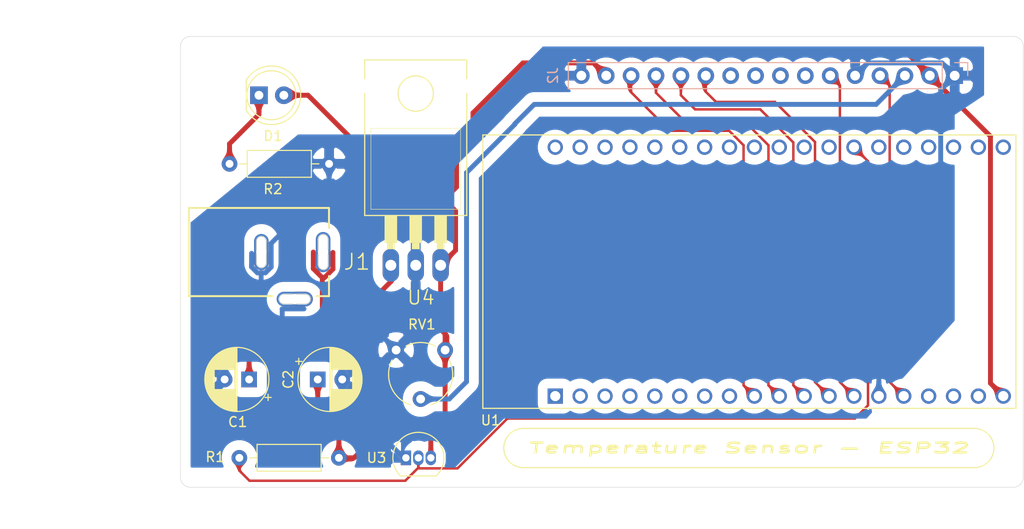
<source format=kicad_pcb>
(kicad_pcb (version 20211014) (generator pcbnew)
  (layers (0 "F.Cu" signal) (31 "B.Cu" signal) (34 "B.Paste" user) (35 "F.Paste" user) (36 "B.SilkS" user "B.Silkscreen") (37 "F.SilkS" user "F.Silkscreen") (38 "B.Mask" user) (39 "F.Mask" user) (44 "Edge.Cuts" user))
  (net 0 "")
  (net 1 "GND")
  (net 2 "Net-(C1-Pad1)")
  (net 3 "VIN")
  (net 4 "Net-(D1-Pad1)")
  (net 5 "DQ")
  (net 6 "VO")
  (net 7 "Net-(U1-Pad1)")
  (net 8 "Net-(U1-Pad2)")
  (net 9 "Net-(U1-Pad3)")
  (net 10 "Net-(U1-Pad4)")
  (net 11 "Net-(U1-Pad5)")
  (net 12 "Net-(U1-Pad6)")
  (net 13 "Net-(U1-Pad7)")
  (net 14 "Net-(U1-Pad8)")
  (net 15 "D7")
  (net 16 "D6")
  (net 17 "D5")
  (net 18 "D4")
  (net 19 "EN")
  (net 20 "RS")
  (net 21 "Net-(U1-Pad16)")
  (net 22 "Net-(U1-Pad17)")
  (net 23 "Net-(U1-Pad18)")
  (net 24 "Net-(U1-Pad20)")
  (net 25 "Net-(U1-Pad21)")
  (net 26 "Net-(U1-Pad22)")
  (net 27 "Net-(U1-Pad23)")
  (net 28 "Net-(U1-Pad24)")
  (net 29 "Net-(U1-Pad25)")
  (net 30 "Net-(U1-Pad26)")
  (net 31 "Net-(U1-Pad27)")
  (net 32 "Net-(U1-Pad28)")
  (net 33 "Net-(U1-Pad29)")
  (net 34 "Net-(U1-Pad30)")
  (net 35 "Net-(U1-Pad31)")
  (net 36 "Net-(U1-Pad33)")
  (net 37 "Net-(U1-Pad34)")
  (net 38 "Net-(U1-Pad35)")
  (net 39 "Net-(U1-Pad36)")
  (net 40 "Net-(U1-Pad37)")
  (net 41 "Net-(U1-Pad38)")
  (net 42 "Net-(J2-Pad10)")
  (net 43 "Net-(J2-Pad9)")
  (net 44 "Net-(J2-Pad8)")
  (net 45 "Net-(J2-Pad7)")
  (footprint "Capacitor_THT:CP_Radial_D6.3mm_P2.50mm" (layer "F.Cu") (at 132.12702 105.61046 180)
    (fp_text reference "C1")
    (fp_text value "470uF")
  )
  (footprint "LED_THT:LED_D5.0mm" (layer "F.Cu") (at 133.12702 76.61046)
    (fp_text reference "D1")
    (fp_text value "LED")
  )
  (footprint "test01:GCT_DCJ200-10-A-XX-X_REVA" (layer "F.Cu") (at 133.12702 92.61046 -90)
    (fp_text reference "J1")
    (fp_text value "DCJ200-10-A-XX-X_REVA")
    (fp_line (start 4.3 -4.75) (end 4.3 -2.55) (layer "Edge.Cuts") (width 0.1))
    (fp_line (start 1.1 -0.75) (end -1.1 -0.75) (layer "Edge.Cuts") (width 0.1))
    (fp_line (start -1.3 -6.05) (end 1.25 -6.05) (layer "Edge.Cuts") (width 0.1))
    (fp_line (start -1.1 0.25) (end 1.1 0.25) (layer "Edge.Cuts") (width 0.1))
    (fp_line (start 5.3 -2.55) (end 5.3 -4.75) (layer "Edge.Cuts") (width 0.1))
    (fp_line (start 1.35 -7.05) (end -1.3 -7.05) (layer "Edge.Cuts") (width 0.1))
    (fp_arc (start -1.8 -6.55) (mid -1.653553 -6.903553) (end -1.3 -7.05) (layer "Edge.Cuts") (width 0.1))
    (fp_arc (start -1.1 0.25) (mid -1.453553 0.103553) (end -1.6 -0.25) (layer "Edge.Cuts") (width 0.1))
    (fp_arc (start -1.3 -6.05) (mid -1.653553 -6.196447) (end -1.8 -6.55) (layer "Edge.Cuts") (width 0.1))
    (fp_arc (start 4.3 -4.75) (mid 4.446447 -5.103553) (end 4.8 -5.25) (layer "Edge.Cuts") (width 0.1))
    (fp_arc (start 4.8 -2.05) (mid 4.446447 -2.196447) (end 4.3 -2.55) (layer "Edge.Cuts") (width 0.1))
    (fp_arc (start 1.8 -6.6) (mid 1.638909 -6.211091) (end 1.25 -6.05) (layer "Edge.Cuts") (width 0.1))
    (fp_arc (start 1.35 -7.05) (mid 1.668198 -6.918198) (end 1.8 -6.6) (layer "Edge.Cuts") (width 0.1))
    (fp_arc (start 4.8 -5.25) (mid 5.153553 -5.103553) (end 5.3 -4.75) (layer "Edge.Cuts") (width 0.1))
    (fp_arc (start -1.6 -0.25) (mid -1.453553 -0.603553) (end -1.1 -0.75) (layer "Edge.Cuts") (width 0.1))
    (fp_arc (start 1.6 -0.25) (mid 1.453553 0.103553) (end 1.1 0.25) (layer "Edge.Cuts") (width 0.1))
    (fp_arc (start 5.3 -2.55) (mid 5.153553 -2.196447) (end 4.8 -2.05) (layer "Edge.Cuts") (width 0.1))
    (fp_arc (start 1.1 -0.75) (mid 1.453553 -0.603553) (end 1.6 -0.25) (layer "Edge.Cuts") (width 0.1))
  )
  (footprint "Resistor_THT:R_Axial_DIN0207_L6.3mm_D2.5mm_P10.16mm_Horizontal" (layer "F.Cu") (at 131.12702 113.61046)
    (fp_text reference "R1")
    (fp_text value "4,7K")
  )
  (footprint "Potentiometer_THT:Potentiometer_Piher_PT-6-V_Vertical" (layer "F.Cu") (at 147.12702 102.61046 -90)
    (fp_text reference "RV1")
    (fp_text value "R_POT")
  )
  (footprint "Package_TO_SOT_THT:TO-92_Inline" (layer "F.Cu") (at 148.12702 113.61046)
    (fp_text reference "U3")
    (fp_text value "DS18B20")
  )
  (footprint "test01:TO220" (layer "F.Cu") (at 149.12702 87.61046)
    (fp_text reference "U4")
    (fp_text value "LM7805")
  )
  (footprint "Capacitor_THT:CP_Radial_D6.3mm_P2.50mm" (layer "F.Cu") (at 139.12702 105.61046)
    (fp_text reference "C2")
    (fp_text value "100uF")
  )
  (footprint "test01:MODULE_ESP32-DEVKITC-32D" (layer "F.Cu") (at 183.12702 94.61046 90)
    (fp_text reference "U1")
    (fp_text value "ESP32-DEVKITC-32D")
  )
  (footprint "Resistor_THT:R_Axial_DIN0207_L6.3mm_D2.5mm_P10.16mm_Horizontal" (layer "F.Cu") (at 130.12702 83.61046)
    (fp_text reference "R2")
    (fp_text value "220")
  )
  (footprint "Connector_PinSocket_2.54mm:PinSocket_1x16_P2.54mm_Vertical" (layer "B.Cu") (at 204.12702 74.61046 90)
    (fp_text reference "J2")
    (fp_text value "Conn_01x16_Female")
  )
  (gr_line (start 206.12702 110.61046) (end 160.12702 110.61046) (layer "F.SilkS") (width 0.12))
  (gr_arc (start 160.12702 114.61046) (mid 158.12702 112.61046) (end 160.12702 110.61046) (layer "F.SilkS") (width 0.12))
  (gr_arc (start 206.12702 110.61046) (mid 208.12702 112.61046) (end 206.12702 114.61046) (layer "F.SilkS") (width 0.12))
  (gr_line (start 206.12702 114.61046) (end 160.12702 114.61046) (layer "F.SilkS") (width 0.12))
  (gr_line (start 126.12702 70.61046) (end 210.12702 70.61046) (layer "Edge.Cuts") (width 0.05))
  (gr_arc (start 126.12702 116.61046) (mid 125.419913 116.317567) (end 125.12702 115.61046) (layer "Edge.Cuts") (width 0.05))
  (gr_arc (start 211.12702 115.61046) (mid 210.834127 116.317567) (end 210.12702 116.61046) (layer "Edge.Cuts") (width 0.05))
  (gr_line (start 211.12702 71.61046) (end 211.12702 115.61046) (layer "Edge.Cuts") (width 0.05))
  (gr_line (start 125.12702 115.61046) (end 125.12702 71.61046) (layer "Edge.Cuts") (width 0.05))
  (gr_line (start 210.12702 116.61046) (end 126.12702 116.61046) (layer "Edge.Cuts") (width 0.05))
  (gr_arc (start 210.12702 70.61046) (mid 210.834127 70.903353) (end 211.12702 71.61046) (layer "Edge.Cuts") (width 0.05))
  (gr_arc (start 125.12702 71.61046) (mid 125.419913 70.903353) (end 126.12702 70.61046) (layer "Edge.Cuts") (width 0.05))
  (gr_text "Temperature Sensor - ESP32" (at 183.12702 112.61046) (layer "F.SilkS") (effects (font (size 1 2) (thickness 0.25) italic)))
  (segment (start 134.5438 101.06406) (end 135.46582 101.06406) (width 0.5) (layer "B.Cu") (net 1))
  (segment (start 193.96702 74.61046) (end 195.267021 73.310459) (width 0.5) (layer "B.Cu") (net 1))
  (segment (start 135.5141 98.41047) (end 137.72642 98.41047) (width 0.5) (layer "B.Cu") (net 1))
  (segment (start 132.37701 94.136781) (end 132.37701 93.91757) (width 0.5) (layer "B.Cu") (net 1))
  (segment (start 195.267021 73.310459) (end 202.827019 73.310459) (width 0.5) (layer "B.Cu") (net 1))
  (segment (start 141.62702 107.34886) (end 147.88862 113.61046) (width 0.5) (layer "B.Cu") (net 1))
  (segment (start 141.62702 105.61046) (end 141.62702 107.34886) (width 0.5) (layer "B.Cu") (net 1))
  (segment (start 134.37703 91.72361) (end 134.37703 94.140293) (width 0.5) (layer "B.Cu") (net 1))
  (segment (start 145.63142 101.11486) (end 145.67662 101.11486) (width 0.5) (layer "B.Cu") (net 1))
  (segment (start 140.28702 83.61046) (end 140.67703 84.00047) (width 0.5) (layer "B.Cu") (net 1))
  (segment (start 139.37742 101.06406) (end 139.37742 101.11486) (width 0.5) (layer "B.Cu") (net 1))
  (segment (start 135.46582 101.06406) (end 139.37742 101.06406) (width 0.5) (layer "B.Cu") (net 1))
  (segment (start 145.63142 101.11486) (end 147.12702 102.61046) (width 0.5) (layer "B.Cu") (net 1))
  (segment (start 135.50392 98.42065) (end 135.5141 98.41047) (width 0.5) (layer "B.Cu") (net 1))
  (segment (start 139.37742 101.11486) (end 141.62702 103.36446) (width 0.5) (layer "B.Cu") (net 1))
  (segment (start 138.34618 87.75446) (end 134.37703 91.72361) (width 0.5) (layer "B.Cu") (net 1))
  (segment (start 202.827019 73.310459) (end 204.12702 74.61046) (width 0.5) (layer "B.Cu") (net 1))
  (segment (start 139.52982 87.75446) (end 138.34618 87.75446) (width 0.5) (layer "B.Cu") (net 1))
  (segment (start 131.60502 101.06406) (end 134.5438 101.06406) (width 0.5) (layer "B.Cu") (net 1))
  (segment (start 129.62702 105.61046) (end 129.62702 103.04206) (width 0.5) (layer "B.Cu") (net 1))
  (segment (start 132.969064 94.728835) (end 132.37701 94.136781) (width 0.5) (layer "B.Cu") (net 1))
  (segment (start 133.35254 99.29368) (end 133.35254 94.728835) (width 0.5) (layer "B.Cu") (net 1))
  (segment (start 134.5438 100.9142) (end 135.50392 99.95408) (width 0.5) (layer "B.Cu") (net 1))
  (segment (start 134.37703 94.140293) (end 133.788488 94.728835) (width 0.5) (layer "B.Cu") (net 1))
  (segment (start 202.697021 98.501259) (end 196.38702 104.81126) (width 0.5) (layer "B.Cu") (net 1))
  (segment (start 140.28702 83.61046) (end 140.28702 86.99726) (width 0.5) (layer "B.Cu") (net 1))
  (segment (start 135.50392 99.95408) (end 135.50392 98.42065) (width 0.5) (layer "B.Cu") (net 1))
  (segment (start 149.12702 97.66446) (end 149.12702 93.96046) (width 0.5) (layer "B.Cu") (net 1))
  (segment (start 133.788488 94.728835) (end 133.35254 94.728835) (width 0.5) (layer "B.Cu") (net 1))
  (segment (start 132.37701 93.91757) (end 132.37701 92.74048) (width 0.5) (layer "B.Cu") (net 1))
  (segment (start 133.35254 94.728835) (end 132.969064 94.728835) (width 0.5) (layer "B.Cu") (net 1))
  (segment (start 140.28702 86.99726) (end 139.52982 87.75446) (width 0.5) (layer "B.Cu") (net 1))
  (segment (start 147.88862 113.61046) (end 148.12702 113.61046) (width 0.5) (layer "B.Cu") (net 1))
  (segment (start 141.62702 103.36446) (end 141.62702 105.61046) (width 0.5) (layer "B.Cu") (net 1))
  (segment (start 139.37742 101.11486) (end 145.63142 101.11486) (width 0.5) (layer "B.Cu") (net 1))
  (segment (start 196.38702 104.81126) (end 196.38702 107.31046) (width 0.5) (layer "B.Cu") (net 1))
  (segment (start 202.697021 76.040459) (end 202.697021 98.501259) (width 0.5) (layer "B.Cu") (net 1))
  (segment (start 145.67662 101.11486) (end 149.12702 97.66446) (width 0.5) (layer "B.Cu") (net 1))
  (segment (start 131.60502 101.0412) (end 133.35254 99.29368) (width 0.5) (layer "B.Cu") (net 1))
  (segment (start 134.5438 101.06406) (end 134.5438 100.9142) (width 0.5) (layer "B.Cu") (net 1))
  (segment (start 131.60502 101.06406) (end 131.60502 101.0412) (width 0.5) (layer "B.Cu") (net 1))
  (segment (start 129.62702 103.04206) (end 131.60502 101.06406) (width 0.5) (layer "B.Cu") (net 1))
  (segment (start 204.12702 74.61046) (end 202.697021 76.040459) (width 0.5) (layer "B.Cu") (net 1))
  (segment (start 141.96822 100.25126) (end 140.6906 100.25126) (width 0.5) (layer "F.Cu") (net 2))
  (segment (start 139.59586 95.225589) (end 139.59586 99.15652) (width 0.5) (layer "F.Cu") (net 2))
  (segment (start 132.12702 101.40566) (end 133.28142 100.25126) (width 0.5) (layer "F.Cu") (net 2))
  (segment (start 139.59586 99.15652) (end 140.6906 100.25126) (width 0.5) (layer "F.Cu") (net 2))
  (segment (start 139.807605 95.225589) (end 140.67703 94.356164) (width 0.5) (layer "F.Cu") (net 2))
  (segment (start 139.59586 95.225589) (end 139.807605 95.225589) (width 0.5) (layer "F.Cu") (net 2))
  (segment (start 139.59586 95.225589) (end 138.67701 94.306739) (width 0.5) (layer "F.Cu") (net 2))
  (segment (start 138.67701 94.306739) (end 138.67701 92.61046) (width 0.5) (layer "F.Cu") (net 2))
  (segment (start 140.6906 100.25126) (end 139.59586 100.25126) (width 0.5) (layer "F.Cu") (net 2))
  (segment (start 139.59586 100.25126) (end 133.28142 100.25126) (width 0.5) (layer "F.Cu") (net 2))
  (segment (start 146.58702 95.63246) (end 141.96822 100.25126) (width 0.5) (layer "F.Cu") (net 2))
  (segment (start 140.67703 94.356164) (end 140.67703 94.16757) (width 0.5) (layer "F.Cu") (net 2))
  (segment (start 146.58702 93.96046) (end 146.58702 95.63246) (width 0.5) (layer "F.Cu") (net 2))
  (segment (start 132.12702 105.61046) (end 132.12702 101.40566) (width 0.5) (layer "F.Cu") (net 2))
  (segment (start 140.67703 94.16757) (end 140.67703 92.6465) (width 0.5) (layer "F.Cu") (net 2))
  (segment (start 135.66702 76.61046) (end 138.13942 76.61046) (width 0.5) (layer "F.Cu") (net 3))
  (segment (start 152.12822 87.34806) (end 153.19502 88.41486) (width 0.5) (layer "F.Cu") (net 3))
  (segment (start 167.267019 73.310459) (end 163.117821 73.310459) (width 0.5) (layer "F.Cu") (net 3))
  (segment (start 143.08582 81.55686) (end 143.08582 83.94446) (width 0.5) (layer "F.Cu") (net 3))
  (segment (start 207.777021 80.800461) (end 207.777021 106.000461) (width 0.5) (layer "F.Cu") (net 3))
  (segment (start 163.422621 73.310459) (end 164.82822 71.90486) (width 0.5) (layer "F.Cu") (net 3))
  (segment (start 163.117821 73.310459) (end 163.422621 73.310459) (width 0.5) (layer "F.Cu") (net 3))
  (segment (start 154.97302 81.70926) (end 153.29662 83.38566) (width 0.5) (layer "F.Cu") (net 3))
  (segment (start 152.12822 87.14486) (end 152.12822 87.34806) (width 0.5) (layer "F.Cu") (net 3))
  (segment (start 163.117821 73.310459) (end 160.069821 73.310459) (width 0.5) (layer "F.Cu") (net 3))
  (segment (start 151.66702 93.96046) (end 151.66702 100.50126) (width 0.5) (layer "F.Cu") (net 3))
  (segment (start 150.66702 111.05966) (end 150.66702 113.61046) (width 0.5) (layer "F.Cu") (net 3))
  (segment (start 154.97302 78.40726) (end 154.97302 81.70926) (width 0.5) (layer "F.Cu") (net 3))
  (segment (start 151.92502 109.80166) (end 150.66702 111.05966) (width 0.5) (layer "F.Cu") (net 3))
  (segment (start 144.45742 111.98366) (end 144.45742 111.27486) (width 0.5) (layer "F.Cu") (net 3))
  (segment (start 141.28702 113.61046) (end 141.28702 111.35566) (width 0.5) (layer "F.Cu") (net 3))
  (segment (start 146.48942 87.34806) (end 152.12822 87.34806) (width 0.5) (layer "F.Cu") (net 3))
  (segment (start 198.88142 71.90486) (end 201.58702 74.61046) (width 0.5) (layer "F.Cu") (net 3))
  (segment (start 141.28702 113.61046) (end 142.83062 113.61046) (width 0.5) (layer "F.Cu") (net 3))
  (segment (start 153.29662 85.97646) (end 152.12822 87.14486) (width 0.5) (layer "F.Cu") (net 3))
  (segment (start 152.12702 102.61046) (end 152.12702 109.59966) (width 0.5) (layer "F.Cu") (net 3))
  (segment (start 201.58702 74.61046) (end 207.777021 80.800461) (width 0.5) (layer "F.Cu") (net 3))
  (segment (start 152.17902 101.01326) (end 152.12702 101.06526) (width 0.5) (layer "F.Cu") (net 3))
  (segment (start 168.56702 74.61046) (end 167.267019 73.310459) (width 0.5) (layer "F.Cu") (net 3))
  (segment (start 151.66702 100.50126) (end 152.17902 101.01326) (width 0.5) (layer "F.Cu") (net 3))
  (segment (start 141.28702 111.35566) (end 139.12702 109.19566) (width 0.5) (layer "F.Cu") (net 3))
  (segment (start 139.12702 109.19566) (end 139.12702 105.61046) (width 0.5) (layer "F.Cu") (net 3))
  (segment (start 144.45742 111.27486) (end 145.93062 109.80166) (width 0.5) (layer "F.Cu") (net 3))
  (segment (start 143.08582 83.94446) (end 146.48942 87.34806) (width 0.5) (layer "F.Cu") (net 3))
  (segment (start 207.777021 106.000461) (end 209.08702 107.31046) (width 0.5) (layer "F.Cu") (net 3))
  (segment (start 152.12702 101.06526) (end 152.12702 102.61046) (width 0.5) (layer "F.Cu") (net 3))
  (segment (start 142.83062 113.61046) (end 144.45742 111.98366) (width 0.5) (layer "F.Cu") (net 3))
  (segment (start 153.19502 92.43246) (end 151.66702 93.96046) (width 0.5) (layer "F.Cu") (net 3))
  (segment (start 153.19502 88.41486) (end 153.19502 92.43246) (width 0.5) (layer "F.Cu") (net 3))
  (segment (start 145.93062 109.80166) (end 151.92502 109.80166) (width 0.5) (layer "F.Cu") (net 3))
  (segment (start 138.13942 76.61046) (end 143.08582 81.55686) (width 0.5) (layer "F.Cu") (net 3))
  (segment (start 164.82822 71.90486) (end 198.88142 71.90486) (width 0.5) (layer "F.Cu") (net 3))
  (segment (start 160.069821 73.310459) (end 154.97302 78.40726) (width 0.5) (layer "F.Cu") (net 3))
  (segment (start 152.12702 109.59966) (end 151.92502 109.80166) (width 0.5) (layer "F.Cu") (net 3))
  (segment (start 153.29662 83.38566) (end 153.29662 85.97646) (width 0.5) (layer "F.Cu") (net 3))
  (segment (start 130.12702 81.56166) (end 133.12702 78.56166) (width 0.5) (layer "F.Cu") (net 4))
  (segment (start 133.12702 78.56166) (end 133.12702 76.61046) (width 0.5) (layer "F.Cu") (net 4))
  (segment (start 130.12702 83.61046) (end 130.12702 81.56166) (width 0.5) (layer "F.Cu") (net 4))
  (segment (start 149.44283 114.68547) (end 153.39121 114.68547) (width 0.25) (layer "F.Cu") (net 5))
  (segment (start 132.16382 115.94846) (end 148.05902 115.94846) (width 0.25) (layer "F.Cu") (net 5))
  (segment (start 195.282019 108.253061) (end 195.282019 83.345459) (width 0.25) (layer "F.Cu") (net 5))
  (segment (start 148.05902 115.94846) (end 149.39702 114.61046) (width 0.25) (layer "F.Cu") (net 5))
  (segment (start 149.39702 114.61046) (end 149.39702 113.61046) (width 0.25) (layer "F.Cu") (net 5))
  (segment (start 131.12702 113.61046) (end 131.12702 114.91166) (width 0.25) (layer "F.Cu") (net 5))
  (segment (start 153.39121 114.68547) (end 158.47822 109.59846) (width 0.25) (layer "F.Cu") (net 5))
  (segment (start 195.282019 83.345459) (end 193.84702 81.91046) (width 0.25) (layer "F.Cu") (net 5))
  (segment (start 131.12702 114.91166) (end 132.16382 115.94846) (width 0.25) (layer "F.Cu") (net 5))
  (segment (start 158.47822 109.59846) (end 193.93662 109.59846) (width 0.25) (layer "F.Cu") (net 5))
  (segment (start 149.39702 114.61046) (end 149.39702 114.63966) (width 0.25) (layer "F.Cu") (net 5))
  (segment (start 149.39702 114.63966) (end 149.44283 114.68547) (width 0.25) (layer "F.Cu") (net 5))
  (segment (start 193.93662 109.59846) (end 195.282019 108.253061) (width 0.25) (layer "F.Cu") (net 5))
  (segment (start 154.31262 84.50326) (end 159.24022 79.57566) (width 0.5) (layer "B.Cu") (net 6))
  (segment (start 161.22142 77.54366) (end 196.11382 77.54366) (width 0.5) (layer "B.Cu") (net 6))
  (segment (start 152.54142 107.61046) (end 154.31262 105.83926) (width 0.5) (layer "B.Cu") (net 6))
  (segment (start 159.24022 79.52486) (end 161.22142 77.54366) (width 0.5) (layer "B.Cu") (net 6))
  (segment (start 159.24022 79.57566) (end 159.24022 79.52486) (width 0.5) (layer "B.Cu") (net 6))
  (segment (start 149.62702 107.61046) (end 152.54142 107.61046) (width 0.5) (layer "B.Cu") (net 6))
  (segment (start 196.11382 77.54366) (end 199.04702 74.61046) (width 0.5) (layer "B.Cu") (net 6))
  (segment (start 154.31262 105.83926) (end 154.31262 84.50326) (width 0.5) (layer "B.Cu") (net 6))
  (segment (start 175.03902 80.23606) (end 181.108022 80.23606) (width 0.25) (layer "F.Cu") (net 15))
  (segment (start 182.582019 81.710057) (end 182.582019 106.205459) (width 0.25) (layer "F.Cu") (net 15))
  (segment (start 181.108022 80.23606) (end 182.582019 81.710057) (width 0.25) (layer "F.Cu") (net 15))
  (segment (start 171.10702 74.61046) (end 171.10702 76.30406) (width 0.25) (layer "F.Cu") (net 15))
  (segment (start 182.582019 106.205459) (end 183.68702 107.31046) (width 0.25) (layer "F.Cu") (net 15))
  (segment (start 171.10702 76.30406) (end 175.03902 80.23606) (width 0.25) (layer "F.Cu") (net 15))
  (segment (start 185.122019 81.710057) (end 185.122019 106.205459) (width 0.25) (layer "F.Cu") (net 16))
  (segment (start 173.64702 76.35486) (end 176.46142 79.16926) (width 0.25) (layer "F.Cu") (net 16))
  (segment (start 176.46142 79.16926) (end 182.581222 79.16926) (width 0.25) (layer "F.Cu") (net 16))
  (segment (start 173.64702 74.61046) (end 173.64702 76.35486) (width 0.25) (layer "F.Cu") (net 16))
  (segment (start 185.122019 106.205459) (end 186.22702 107.31046) (width 0.25) (layer "F.Cu") (net 16))
  (segment (start 182.581222 79.16926) (end 185.122019 81.710057) (width 0.25) (layer "F.Cu") (net 16))
  (segment (start 177.62982 78.05166) (end 176.18702 76.60886) (width 0.25) (layer "F.Cu") (net 17))
  (segment (start 187.662019 106.205459) (end 187.662019 81.429059) (width 0.25) (layer "F.Cu") (net 17))
  (segment (start 184.28462 78.05166) (end 177.62982 78.05166) (width 0.25) (layer "F.Cu") (net 17))
  (segment (start 188.76702 107.31046) (end 187.662019 106.205459) (width 0.25) (layer "F.Cu") (net 17))
  (segment (start 187.662019 81.429059) (end 184.28462 78.05166) (width 0.25) (layer "F.Cu") (net 17))
  (segment (start 176.18702 76.60886) (end 176.18702 74.61046) (width 0.25) (layer "F.Cu") (net 17))
  (segment (start 178.72702 74.61046) (end 178.72702 76.25326) (width 0.25) (layer "F.Cu") (net 18))
  (segment (start 185.781622 77.28966) (end 189.87262 81.380658) (width 0.25) (layer "F.Cu") (net 18))
  (segment (start 178.72702 76.25326) (end 179.76342 77.28966) (width 0.25) (layer "F.Cu") (net 18))
  (segment (start 189.87262 105.87606) (end 191.30702 107.31046) (width 0.25) (layer "F.Cu") (net 18))
  (segment (start 189.87262 81.380658) (end 189.87262 105.87606) (width 0.25) (layer "F.Cu") (net 18))
  (segment (start 179.76342 77.28966) (end 185.781622 77.28966) (width 0.25) (layer "F.Cu") (net 18))
  (segment (start 191.42702 74.61046) (end 192.412021 75.595461) (width 0.25) (layer "F.Cu") (net 19))
  (segment (start 192.412021 105.875461) (end 193.84702 107.31046) (width 0.25) (layer "F.Cu") (net 19))
  (segment (start 192.412021 75.595461) (end 192.412021 105.875461) (width 0.25) (layer "F.Cu") (net 19))
  (segment (start 196.50702 74.61046) (end 197.492021 75.595461) (width 0.25) (layer "F.Cu") (net 20))
  (segment (start 197.492021 105.875461) (end 198.92702 107.31046) (width 0.25) (layer "F.Cu") (net 20))
  (segment (start 197.492021 75.595461) (end 197.492021 105.875461) (width 0.25) (layer "F.Cu") (net 20))
  (zone (net 16) (net_name "D6") (layer "F.Cu") (priority 16962) (connect_pads yes (clearance 0.2)) (min_thickness 0.0254) (fill yes (thermal_gap 0.508) (thermal_bridge_width 0.508))
    (polygon (pts (xy 173.77202 76.30046) (xy 173.782323 76.101061) (xy 173.811494 75.937587) (xy 173.856935 75.802186) (xy 173.916042 75.687008) (xy 173.986216 75.584201) (xy 174.064853 75.485915) (xy 174.149354 75.3843) (xy 174.237116 75.271503) (xy 174.325539 75.139676) (xy 174.41202 74.980966) (xy 173.64702 74.18546) (xy 172.88202 74.980966) (xy 172.968502 75.139676) (xy 173.056925 75.271503) (xy 173.144687 75.3843) (xy 173.229188 75.485915) (xy 173.307825 75.584201) (xy 173.377999 75.687008) (xy 173.437106 75.802186) (xy 173.482547 75.937587) (xy 173.511718 76.101061) (xy 173.52202 76.30046)))
  )
  (zone (net 17) (net_name "D5") (layer "F.Cu") (priority 16962) (connect_pads yes (clearance 0.2)) (min_thickness 0.0254) (fill yes (thermal_gap 0.508) (thermal_bridge_width 0.508))
    (polygon (pts (xy 187.582617 106.302834) (xy 187.705089 106.438325) (xy 187.792563 106.562701) (xy 187.851689 106.679369) (xy 187.889114 106.791737) (xy 187.911486 106.90321) (xy 187.925453 107.017198) (xy 187.937661 107.137107) (xy 187.95476 107.266345) (xy 187.983397 107.408318) (xy 188.030219 107.566436) (xy 189.042791 107.586231) (xy 189.022996 106.573659) (xy 188.864879 106.526836) (xy 188.722906 106.498199) (xy 188.593668 106.4811) (xy 188.473759 106.468892) (xy 188.359771 106.454925) (xy 188.248298 106.432553) (xy 188.13593 106.395128) (xy 188.019262 106.336002) (xy 187.894886 106.248528) (xy 187.759394 106.126057)))
  )
  (zone (net 18) (net_name "D4") (layer "F.Cu") (priority 16962) (connect_pads yes (clearance 0.2)) (min_thickness 0.0254) (fill yes (thermal_gap 0.508) (thermal_bridge_width 0.508))
    (polygon (pts (xy 178.855854 76.205319) (xy 178.74796 76.067295) (xy 178.709209 75.94328) (xy 178.727966 75.82932) (xy 178.792595 75.721461) (xy 178.891459 75.615747) (xy 179.012921 75.508224) (xy 179.145344 75.394939) (xy 179.277093 75.271938) (xy 179.396531 75.135264) (xy 179.49202 74.980966) (xy 178.72702 74.18546) (xy 178.12598 75.2115) (xy 178.227298 75.330107) (xy 178.294724 75.444462) (xy 178.337133 75.556031) (xy 178.363402 75.666279) (xy 178.382405 75.776672) (xy 178.403018 75.888674) (xy 178.434117 76.003752) (xy 178.484576 76.123371) (xy 178.563272 76.248996) (xy 178.679079 76.382094)))
  )
  (zone (net 15) (net_name "D7") (layer "F.Cu") (priority 16962) (connect_pads yes (clearance 0.2)) (min_thickness 0.0254) (fill yes (thermal_gap 0.508) (thermal_bridge_width 0.508))
    (polygon (pts (xy 182.502617 106.302834) (xy 182.625089 106.438325) (xy 182.712563 106.562701) (xy 182.771689 106.679369) (xy 182.809114 106.791737) (xy 182.831486 106.90321) (xy 182.845453 107.017198) (xy 182.857661 107.137107) (xy 182.87476 107.266345) (xy 182.903397 107.408318) (xy 182.950219 107.566436) (xy 183.962791 107.586231) (xy 183.942996 106.573659) (xy 183.784879 106.526836) (xy 183.642906 106.498199) (xy 183.513668 106.4811) (xy 183.393759 106.468892) (xy 183.279771 106.454925) (xy 183.168298 106.432553) (xy 183.05593 106.395128) (xy 182.939262 106.336002) (xy 182.814886 106.248528) (xy 182.679394 106.126057)))
  )
  (zone (net 16) (net_name "D6") (layer "F.Cu") (priority 16962) (connect_pads yes (clearance 0.2)) (min_thickness 0.0254) (fill yes (thermal_gap 0.508) (thermal_bridge_width 0.508))
    (polygon (pts (xy 185.042617 106.302834) (xy 185.165089 106.438325) (xy 185.252563 106.562701) (xy 185.311689 106.679369) (xy 185.349114 106.791737) (xy 185.371486 106.90321) (xy 185.385453 107.017198) (xy 185.397661 107.137107) (xy 185.41476 107.266345) (xy 185.443397 107.408318) (xy 185.490219 107.566436) (xy 186.502791 107.586231) (xy 186.482996 106.573659) (xy 186.324879 106.526836) (xy 186.182906 106.498199) (xy 186.053668 106.4811) (xy 185.933759 106.468892) (xy 185.819771 106.454925) (xy 185.708298 106.432553) (xy 185.59593 106.395128) (xy 185.479262 106.336002) (xy 185.354886 106.248528) (xy 185.219394 106.126057)))
  )
  (zone (net 17) (net_name "D5") (layer "F.Cu") (priority 16962) (connect_pads yes (clearance 0.2)) (min_thickness 0.0254) (fill yes (thermal_gap 0.508) (thermal_bridge_width 0.508))
    (polygon (pts (xy 176.31202 76.30046) (xy 176.322323 76.101061) (xy 176.351494 75.937587) (xy 176.396935 75.802186) (xy 176.456042 75.687008) (xy 176.526216 75.584201) (xy 176.604853 75.485915) (xy 176.689354 75.3843) (xy 176.777116 75.271503) (xy 176.865539 75.139676) (xy 176.95202 74.980966) (xy 176.18702 74.18546) (xy 175.42202 74.980966) (xy 175.508502 75.139676) (xy 175.596925 75.271503) (xy 175.684687 75.3843) (xy 175.769188 75.485915) (xy 175.847825 75.584201) (xy 175.917999 75.687008) (xy 175.977106 75.802186) (xy 176.022547 75.937587) (xy 176.051718 76.101061) (xy 176.06202 76.30046)))
  )
  (zone (net 19) (net_name "EN") (layer "F.Cu") (priority 16962) (connect_pads yes (clearance 0.2)) (min_thickness 0.0254) (fill yes (thermal_gap 0.508) (thermal_bridge_width 0.508))
    (polygon (pts (xy 192.662617 106.302834) (xy 192.785089 106.438325) (xy 192.872563 106.562701) (xy 192.931689 106.679369) (xy 192.969114 106.791737) (xy 192.991486 106.90321) (xy 193.005453 107.017198) (xy 193.017661 107.137107) (xy 193.03476 107.266345) (xy 193.063397 107.408318) (xy 193.110219 107.566436) (xy 194.122791 107.586231) (xy 194.102996 106.573659) (xy 193.944879 106.526836) (xy 193.802906 106.498199) (xy 193.673668 106.4811) (xy 193.553759 106.468892) (xy 193.439771 106.454925) (xy 193.328298 106.432553) (xy 193.21593 106.395128) (xy 193.099262 106.336002) (xy 192.974886 106.248528) (xy 192.839394 106.126057)))
  )
  (zone (net 19) (net_name "EN") (layer "F.Cu") (priority 16962) (connect_pads yes (clearance 0.2)) (min_thickness 0.0254) (fill yes (thermal_gap 0.508) (thermal_bridge_width 0.508))
    (polygon (pts (xy 192.537021 75.902459) (xy 192.529741 75.721863) (xy 192.509981 75.570896) (xy 192.480861 75.44273) (xy 192.445501 75.330536) (xy 192.407021 75.227488) (xy 192.368541 75.126757) (xy 192.333181 75.021517) (xy 192.304061 74.904939) (xy 192.284301 74.770195) (xy 192.27702 74.61046) (xy 191.1265 74.30994) (xy 191.148071 75.413384) (xy 191.305544 75.453973) (xy 191.464972 75.473695) (xy 191.621992 75.481068) (xy 191.772238 75.48461) (xy 191.911345 75.492841) (xy 192.034949 75.514277) (xy 192.138683 75.557439) (xy 192.218183 75.630844) (xy 192.269084 75.743011) (xy 192.287021 75.902459)))
  )
  (zone (net 20) (net_name "RS") (layer "F.Cu") (priority 16962) (connect_pads yes (clearance 0.2)) (min_thickness 0.0254) (fill yes (thermal_gap 0.508) (thermal_bridge_width 0.508))
    (polygon (pts (xy 197.617021 75.902459) (xy 197.609741 75.721863) (xy 197.589981 75.570896) (xy 197.560861 75.44273) (xy 197.525501 75.330536) (xy 197.487021 75.227488) (xy 197.448541 75.126757) (xy 197.413181 75.021517) (xy 197.384061 74.904939) (xy 197.364301 74.770195) (xy 197.35702 74.61046) (xy 196.2065 74.30994) (xy 196.228071 75.413384) (xy 196.385544 75.453973) (xy 196.544972 75.473695) (xy 196.701992 75.481068) (xy 196.852238 75.48461) (xy 196.991345 75.492841) (xy 197.114949 75.514277) (xy 197.218683 75.557439) (xy 197.298183 75.630844) (xy 197.349084 75.743011) (xy 197.367021 75.902459)))
  )
  (zone (net 18) (net_name "D4") (layer "F.Cu") (priority 16962) (connect_pads yes (clearance 0.2)) (min_thickness 0.0254) (fill yes (thermal_gap 0.508) (thermal_bridge_width 0.508))
    (polygon (pts (xy 190.122617 106.302834) (xy 190.245089 106.438325) (xy 190.332563 106.562701) (xy 190.391689 106.679369) (xy 190.429114 106.791737) (xy 190.451486 106.90321) (xy 190.465453 107.017198) (xy 190.477661 107.137107) (xy 190.49476 107.266345) (xy 190.523397 107.408318) (xy 190.570219 107.566436) (xy 191.582791 107.586231) (xy 191.562996 106.573659) (xy 191.404879 106.526836) (xy 191.262906 106.498199) (xy 191.133668 106.4811) (xy 191.013759 106.468892) (xy 190.899771 106.454925) (xy 190.788298 106.432553) (xy 190.67593 106.395128) (xy 190.559262 106.336002) (xy 190.434886 106.248528) (xy 190.299394 106.126057)))
  )
  (zone (net 20) (net_name "RS") (layer "F.Cu") (priority 16962) (connect_pads yes (clearance 0.2)) (min_thickness 0.0254) (fill yes (thermal_gap 0.508) (thermal_bridge_width 0.508))
    (polygon (pts (xy 197.742617 106.302834) (xy 197.865089 106.438325) (xy 197.952563 106.562701) (xy 198.011689 106.679369) (xy 198.049114 106.791737) (xy 198.071486 106.90321) (xy 198.085453 107.017198) (xy 198.097661 107.137107) (xy 198.11476 107.266345) (xy 198.143397 107.408318) (xy 198.190219 107.566436) (xy 199.202791 107.586231) (xy 199.182996 106.573659) (xy 199.024879 106.526836) (xy 198.882906 106.498199) (xy 198.753668 106.4811) (xy 198.633759 106.468892) (xy 198.519771 106.454925) (xy 198.408298 106.432553) (xy 198.29593 106.395128) (xy 198.179262 106.336002) (xy 198.054886 106.248528) (xy 197.919394 106.126057)))
  )
  (zone (net 15) (net_name "D7") (layer "F.Cu") (priority 16962) (connect_pads yes (clearance 0.2)) (min_thickness 0.0254) (fill yes (thermal_gap 0.508) (thermal_bridge_width 0.508))
    (polygon (pts (xy 171.199933 76.220198) (xy 171.090312 76.079503) (xy 171.052399 75.953684) (xy 171.074039 75.838561) (xy 171.143077 75.729953) (xy 171.247359 75.623677) (xy 171.374731 75.515554) (xy 171.513037 75.401403) (xy 171.650124 75.277041) (xy 171.773837 75.138289) (xy 171.87202 74.980966) (xy 171.10702 74.18546) (xy 170.50598 75.2115) (xy 170.606206 75.330437) (xy 170.670876 75.445897) (xy 170.709282 75.559152) (xy 170.730715 75.671473) (xy 170.744465 75.784131) (xy 170.759824 75.898398) (xy 170.786081 76.015544) (xy 170.832529 76.136841) (xy 170.908458 76.26356) (xy 171.023158 76.396973)))
  )
  (zone (net 5) (net_name "DQ") (layer "F.Cu") (priority 16962) (connect_pads yes (clearance 0.2)) (min_thickness 0.0254) (fill yes (thermal_gap 0.508) (thermal_bridge_width 0.508))
    (polygon (pts (xy 149.52202 114.60046) (xy 149.526265 114.494772) (xy 149.538496 114.404919) (xy 149.557957 114.327954) (xy 149.583892 114.260935) (xy 149.615544 114.200916) (xy 149.652158 114.144953) (xy 149.692979 114.090101) (xy 149.737249 114.033416) (xy 149.784213 113.971954) (xy 149.833115 113.902771) (xy 149.39702 113.34796) (xy 148.960925 113.902771) (xy 149.009828 113.971954) (xy 149.056792 114.033416) (xy 149.101062 114.090101) (xy 149.141883 114.144953) (xy 149.178497 114.200916) (xy 149.210149 114.260935) (xy 149.236084 114.327954) (xy 149.255545 114.404919) (xy 149.267776 114.494772) (xy 149.27202 114.60046)))
  )
  (zone (net 3) (net_name "VIN") (layer "F.Cu") (priority 16962) (connect_pads yes (clearance 0.2)) (min_thickness 0.0254) (fill yes (thermal_gap 0.508) (thermal_bridge_width 0.508))
    (polygon (pts (xy 142.693725 113.393803) (xy 142.575608 113.486259) (xy 142.467881 113.521468) (xy 142.367675 113.508998) (xy 142.27212 113.458418) (xy 142.178345 113.379296) (xy 142.083481 113.281201) (xy 141.984658 113.173701) (xy 141.879005 113.066365) (xy 141.763653 112.968762) (xy 141.635731 112.89046) (xy 140.88702 113.61046) (xy 141.852705 114.176145) (xy 141.967218 114.083073) (xy 142.081111 114.02738) (xy 142.195029 113.99923) (xy 142.309615 113.98879) (xy 142.425515 113.986226) (xy 142.543373 113.981703) (xy 142.663834 113.965389) (xy 142.787542 113.927449) (xy 142.915142 113.858048) (xy 143.047277 113.747355)))
  )
  (zone (net 2) (net_name "Net-(C1-Pad1)") (layer "F.Cu") (priority 16962) (connect_pads yes (clearance 0.2)) (min_thickness 0.0254) (fill yes (thermal_gap 0.508) (thermal_bridge_width 0.508))
    (polygon (pts (xy 146.759412 95.81362) (xy 146.874457 95.67505) (xy 146.944843 95.540813) (xy 146.981231 95.410327) (xy 146.994285 95.283011) (xy 146.994668 95.158284) (xy 146.993043 95.035565) (xy 147.000072 94.914274) (xy 147.026419 94.79383) (xy 147.082746 94.67365) (xy 147.179716 94.553156) (xy 146.58702 93.54136) (xy 145.83264 94.325822) (xy 145.918537 94.464614) (xy 146.026593 94.58896) (xy 146.146118 94.702161) (xy 146.266421 94.807522) (xy 146.37681 94.908348) (xy 146.466595 95.007941) (xy 146.525083 95.109605) (xy 146.541585 95.216645) (xy 146.505407 95.332365) (xy 146.40586 95.460068)))
  )
  (zone (net 2) (net_name "Net-(C1-Pad1)") (layer "F.Cu") (priority 16962) (connect_pads yes (clearance 0.2)) (min_thickness 0.0254) (fill yes (thermal_gap 0.508) (thermal_bridge_width 0.508))
    (polygon (pts (xy 131.87702 104.02046) (xy 131.870535 104.2027) (xy 131.851872 104.355394) (xy 131.822221 104.484779) (xy 131.782774 104.597092) (xy 131.73472 104.69857) (xy 131.67925 104.79545) (xy 131.617555 104.893971) (xy 131.550825 105.000369) (xy 131.48025 105.120883) (xy 131.40702 105.261749) (xy 132.12702 106.01046) (xy 132.84702 105.261749) (xy 132.773791 105.120883) (xy 132.703216 105.000369) (xy 132.636486 104.893971) (xy 132.574791 104.79545) (xy 132.519321 104.69857) (xy 132.471267 104.597092) (xy 132.43182 104.484779) (xy 132.402169 104.355394) (xy 132.383506 104.2027) (xy 132.37702 104.02046)))
  )
  (zone (net 3) (net_name "VIN") (layer "F.Cu") (priority 16962) (connect_pads yes (clearance 0.2)) (min_thickness 0.0254) (fill yes (thermal_gap 0.508) (thermal_bridge_width 0.508))
    (polygon (pts (xy 167.195234 73.592227) (xy 167.327467 73.734734) (xy 167.427546 73.86431) (xy 167.501251 73.984737) (xy 167.554359 74.099799) (xy 167.59265 74.21328) (xy 167.621902 74.328964) (xy 167.647894 74.450635) (xy 167.676405 74.582077) (xy 167.713213 74.727073) (xy 167.764096 74.889409) (xy 168.86754 74.91098) (xy 168.845969 73.807536) (xy 168.683634 73.756652) (xy 168.538638 73.719844) (xy 168.407196 73.691333) (xy 168.285525 73.665341) (xy 168.169841 73.636089) (xy 168.05636 73.597798) (xy 167.941298 73.54469) (xy 167.820871 73.470985) (xy 167.691295 73.370906) (xy 167.548787 73.238674)))
  )
  (zone (net 3) (net_name "VIN") (layer "F.Cu") (priority 16962) (connect_pads yes (clearance 0.2)) (min_thickness 0.0254) (fill yes (thermal_gap 0.508) (thermal_bridge_width 0.508))
    (polygon (pts (xy 200.215234 73.592227) (xy 200.347467 73.734734) (xy 200.447546 73.86431) (xy 200.521251 73.984737) (xy 200.574359 74.099799) (xy 200.61265 74.21328) (xy 200.641902 74.328964) (xy 200.667894 74.450635) (xy 200.696405 74.582077) (xy 200.733213 74.727073) (xy 200.784096 74.889409) (xy 201.88754 74.91098) (xy 201.865969 73.807536) (xy 201.703634 73.756652) (xy 201.558638 73.719844) (xy 201.427196 73.691333) (xy 201.305525 73.665341) (xy 201.189841 73.636089) (xy 201.07636 73.597798) (xy 200.961298 73.54469) (xy 200.840871 73.470985) (xy 200.711295 73.370906) (xy 200.568787 73.238674)))
  )
  (zone (net 3) (net_name "VIN") (layer "F.Cu") (priority 16962) (connect_pads yes (clearance 0.2)) (min_thickness 0.0254) (fill yes (thermal_gap 0.508) (thermal_bridge_width 0.508))
    (polygon (pts (xy 139.37702 107.20046) (xy 139.383506 107.018219) (xy 139.402169 106.865525) (xy 139.43182 106.73614) (xy 139.471267 106.623827) (xy 139.519321 106.522349) (xy 139.574791 106.425469) (xy 139.636486 106.326948) (xy 139.703216 106.22055) (xy 139.773791 106.100036) (xy 139.84702 105.959171) (xy 139.12702 105.21046) (xy 138.40702 105.959171) (xy 138.48025 106.100036) (xy 138.550825 106.22055) (xy 138.617555 106.326948) (xy 138.67925 106.425469) (xy 138.73472 106.522349) (xy 138.782774 106.623827) (xy 138.822221 106.73614) (xy 138.851872 106.865525) (xy 138.870535 107.018219) (xy 138.87702 107.20046)))
  )
  (zone (net 3) (net_name "VIN") (layer "F.Cu") (priority 16962) (connect_pads yes (clearance 0.2)) (min_thickness 0.0254) (fill yes (thermal_gap 0.508) (thermal_bridge_width 0.508))
    (polygon (pts (xy 207.814229 106.391222) (xy 207.935329 106.521052) (xy 208.027983 106.63886) (xy 208.097234 106.748128) (xy 208.148124 106.852339) (xy 208.185695 106.954975) (xy 208.214987 107.05952) (xy 208.241044 107.169456) (xy 208.268908 107.288265) (xy 208.303619 107.419431) (xy 208.350219 107.566436) (xy 209.362791 107.586231) (xy 209.342996 106.573659) (xy 209.195992 106.527058) (xy 209.064826 106.492347) (xy 208.946017 106.464483) (xy 208.836081 106.438426) (xy 208.731536 106.409134) (xy 208.6289 106.371563) (xy 208.524689 106.320673) (xy 208.415421 106.251422) (xy 208.297613 106.158768) (xy 208.167782 106.037669)))
  )
  (zone (net 3) (net_name "VIN") (layer "F.Cu") (priority 16962) (connect_pads yes (clearance 0.2)) (min_thickness 0.0254) (fill yes (thermal_gap 0.508) (thermal_bridge_width 0.508))
    (polygon (pts (xy 141.03702 112.02046) (xy 141.030535 112.2027) (xy 141.011872 112.355394) (xy 140.982221 112.484779) (xy 140.942774 112.597092) (xy 140.89472 112.69857) (xy 140.83925 112.79545) (xy 140.777555 112.893971) (xy 140.710825 113.000369) (xy 140.64025 113.120883) (xy 140.56702 113.261749) (xy 141.28702 114.01046) (xy 142.00702 113.261749) (xy 141.933791 113.120883) (xy 141.863216 113.000369) (xy 141.796486 112.893971) (xy 141.734791 112.79545) (xy 141.679321 112.69857) (xy 141.631267 112.597092) (xy 141.59182 112.484779) (xy 141.562169 112.355394) (xy 141.543506 112.2027) (xy 141.53702 112.02046)))
  )
  (zone (net 3) (net_name "VIN") (layer "F.Cu") (priority 16962) (connect_pads yes (clearance 0.2)) (min_thickness 0.0254) (fill yes (thermal_gap 0.508) (thermal_bridge_width 0.508))
    (polygon (pts (xy 137.45702 76.36046) (xy 137.250702 76.352413) (xy 137.078603 76.329361) (xy 136.933437 76.292934) (xy 136.807917 76.244764) (xy 136.694757 76.186481) (xy 136.58667 76.119716) (xy 136.476369 76.046101) (xy 136.356568 75.967265) (xy 136.219981 75.884841) (xy 136.05932 75.80046) (xy 135.21702 76.61046) (xy 136.05932 77.42046) (xy 136.219981 77.336078) (xy 136.356568 77.253654) (xy 136.476369 77.174818) (xy 136.58667 77.101203) (xy 136.694757 77.034438) (xy 136.807917 76.976155) (xy 136.933437 76.927985) (xy 137.078603 76.891558) (xy 137.250702 76.868506) (xy 137.45702 76.86046)))
  )
  (zone (net 3) (net_name "VIN") (layer "F.Cu") (priority 16962) (connect_pads yes (clearance 0.2)) (min_thickness 0.0254) (fill yes (thermal_gap 0.508) (thermal_bridge_width 0.508))
    (polygon (pts (xy 202.958806 75.628693) (xy 202.826574 75.486185) (xy 202.726495 75.356609) (xy 202.65279 75.236182) (xy 202.599682 75.12112) (xy 202.561391 75.007639) (xy 202.532139 74.891955) (xy 202.506147 74.770284) (xy 202.477636 74.638842) (xy 202.440828 74.493846) (xy 202.389944 74.331511) (xy 201.2865 74.30994) (xy 201.308071 75.413384) (xy 201.470407 75.464267) (xy 201.615403 75.501075) (xy 201.746845 75.529586) (xy 201.868516 75.555578) (xy 201.9842 75.58483) (xy 202.097681 75.623121) (xy 202.212743 75.676229) (xy 202.33317 75.749934) (xy 202.462746 75.850013) (xy 202.605253 75.982246)))
  )
  (zone (net 4) (net_name "Net-(D1-Pad1)") (layer "F.Cu") (priority 16962) (connect_pads yes (clearance 0.2)) (min_thickness 0.0254) (fill yes (thermal_gap 0.508) (thermal_bridge_width 0.508))
    (polygon (pts (xy 129.87702 82.02046) (xy 129.870535 82.2027) (xy 129.851872 82.355394) (xy 129.822221 82.484779) (xy 129.782774 82.597092) (xy 129.73472 82.69857) (xy 129.67925 82.79545) (xy 129.617555 82.893971) (xy 129.550825 83.000369) (xy 129.48025 83.120883) (xy 129.40702 83.261749) (xy 130.12702 84.01046) (xy 130.84702 83.261749) (xy 130.773791 83.120883) (xy 130.703216 83.000369) (xy 130.636486 82.893971) (xy 130.574791 82.79545) (xy 130.519321 82.69857) (xy 130.471267 82.597092) (xy 130.43182 82.484779) (xy 130.402169 82.355394) (xy 130.383506 82.2027) (xy 130.37702 82.02046)))
  )
  (zone (net 3) (net_name "VIN") (layer "F.Cu") (priority 16962) (connect_pads yes (clearance 0.2)) (min_thickness 0.0254) (fill yes (thermal_gap 0.508) (thermal_bridge_width 0.508))
    (polygon (pts (xy 152.37702 104.22046) (xy 152.383662 104.035814) (xy 152.402764 103.881182) (xy 152.433092 103.75022) (xy 152.473411 103.636588) (xy 152.522487 103.533942) (xy 152.579086 103.43594) (xy 152.641973 103.33624) (xy 152.709914 103.2285) (xy 152.781675 103.106377) (xy 152.85602 102.96353) (xy 152.12702 102.20546) (xy 151.39802 102.96353) (xy 151.472366 103.106377) (xy 151.544127 103.2285) (xy 151.612068 103.33624) (xy 151.674955 103.43594) (xy 151.731554 103.533942) (xy 151.78063 103.636588) (xy 151.820949 103.75022) (xy 151.851277 103.881182) (xy 151.870379 104.035814) (xy 151.87702 104.22046)))
  )
  (zone (net 5) (net_name "DQ") (layer "F.Cu") (priority 16962) (connect_pads yes (clearance 0.2)) (min_thickness 0.0254) (fill yes (thermal_gap 0.508) (thermal_bridge_width 0.508))
    (polygon (pts (xy 131.426691 115.034555) (xy 131.333275 114.917613) (xy 131.292356 114.809927) (xy 131.295536 114.708809) (xy 131.334414 114.611572) (xy 131.400593 114.51553) (xy 131.485673 114.417993) (xy 131.581255 114.316277) (xy 131.67894 114.207692) (xy 131.770328 114.089552) (xy 131.84702 113.959171) (xy 131.12702 113.21046) (xy 130.561335 114.176145) (xy 130.662903 114.287417) (xy 130.739538 114.390394) (xy 130.797865 114.487541) (xy 130.844507 114.581322) (xy 130.886089 114.674201) (xy 130.929234 114.768643) (xy 130.980565 114.867113) (xy 131.046707 114.972075) (xy 131.134282 115.085992) (xy 131.249915 115.211331)))
  )
  (zone (net 5) (net_name "DQ") (layer "F.Cu") (priority 16962) (connect_pads yes (clearance 0.2)) (min_thickness 0.0254) (fill yes (thermal_gap 0.508) (thermal_bridge_width 0.508))
    (polygon (pts (xy 195.031423 82.918086) (xy 194.908952 82.782594) (xy 194.821478 82.658218) (xy 194.762352 82.54155) (xy 194.724927 82.429182) (xy 194.702555 82.317709) (xy 194.688588 82.203721) (xy 194.67638 82.083812) (xy 194.659281 81.954574) (xy 194.630644 81.812601) (xy 194.583821 81.654484) (xy 193.571249 81.634689) (xy 193.591044 82.647261) (xy 193.749162 82.694083) (xy 193.891135 82.72272) (xy 194.020373 82.739819) (xy 194.140282 82.752027) (xy 194.25427 82.765994) (xy 194.365743 82.788366) (xy 194.478111 82.825791) (xy 194.594779 82.884917) (xy 194.719155 82.972391) (xy 194.854646 83.094863)))
  )
  (zone (net 3) (net_name "VIN") (layer "F.Cu") (priority 16962) (connect_pads yes (clearance 0.2)) (min_thickness 0.0254) (fill yes (thermal_gap 0.508) (thermal_bridge_width 0.508))
    (polygon (pts (xy 151.91702 95.62866) (xy 151.924094 95.436992) (xy 151.944411 95.276681) (xy 151.97662 95.141082) (xy 152.019368 95.023553) (xy 152.071301 94.91745) (xy 152.131067 94.81613) (xy 152.197313 94.712951) (xy 152.268685 94.601268) (xy 152.343832 94.47444) (xy 152.4214 94.325822) (xy 151.66702 93.54136) (xy 150.91264 94.325822) (xy 150.990209 94.47444) (xy 151.065356 94.601268) (xy 151.136728 94.712951) (xy 151.202974 94.81613) (xy 151.26274 94.91745) (xy 151.314673 95.023553) (xy 151.357421 95.141082) (xy 151.38963 95.276681) (xy 151.409947 95.436992) (xy 151.41702 95.62866)))
  )
  (zone (net 3) (net_name "VIN") (layer "F.Cu") (priority 16962) (connect_pads yes (clearance 0.2)) (min_thickness 0.0254) (fill yes (thermal_gap 0.508) (thermal_bridge_width 0.508))
    (polygon (pts (xy 152.001352 101.189145) (xy 152.096037 101.311708) (xy 152.127125 101.421471) (xy 152.105545 101.521921) (xy 152.042231 101.616548) (xy 151.948111 101.70884) (xy 151.834118 101.802287) (xy 151.711181 101.900376) (xy 151.590232 102.006597) (xy 151.482202 102.124439) (xy 151.39802 102.25739) (xy 152.12702 103.01546) (xy 152.699776 102.037704) (xy 152.610156 101.92408) (xy 152.561128 101.809902) (xy 152.542065 101.694828) (xy 152.54234 101.578518) (xy 152.551324 101.460631) (xy 152.558389 101.340824) (xy 152.552908 101.218758) (xy 152.524252 101.094091) (xy 152.461794 100.966483) (xy 152.354905 100.835592)))
  )
  (zone (net 3) (net_name "VIN") (layer "F.Cu") (priority 16962) (connect_pads yes (clearance 0.2)) (min_thickness 0.0254) (fill yes (thermal_gap 0.508) (thermal_bridge_width 0.508))
    (polygon (pts (xy 150.41702 112.56546) (xy 150.414818 112.682778) (xy 150.408201 112.783193) (xy 150.397154 112.870068) (xy 150.381662 112.946767) (xy 150.36171 113.016653) (xy 150.337282 113.08309) (xy 150.308365 113.149441) (xy 150.274942 113.21907) (xy 150.236999 113.295341) (xy 150.19452 113.381618) (xy 150.66702 113.87296) (xy 151.13952 113.381618) (xy 151.097042 113.295341) (xy 151.059099 113.21907) (xy 151.025676 113.149441) (xy 150.996759 113.08309) (xy 150.972331 113.016653) (xy 150.952379 112.946767) (xy 150.936887 112.870068) (xy 150.92584 112.783193) (xy 150.919223 112.682778) (xy 150.91702 112.56546)))
  )
  (zone (net 3) (net_name "VIN") (layer "F.Cu") (priority 16962) (connect_pads yes (clearance 0.2)) (min_thickness 0.0254) (fill yes (thermal_gap 0.508) (thermal_bridge_width 0.508))
    (polygon (pts (xy 152.669838 92.604089) (xy 152.529308 92.734616) (xy 152.401584 92.833607) (xy 152.282927 92.906714) (xy 152.169594 92.959593) (xy 152.057846 92.997897) (xy 151.943941 93.027279) (xy 151.82414 93.053395) (xy 151.6947 93.081899) (xy 151.551882 93.118443) (xy 151.391944 93.168683) (xy 151.370672 94.256808) (xy 152.458797 94.235536) (xy 152.509037 94.075598) (xy 152.545581 93.93278) (xy 152.574085 93.80334) (xy 152.600201 93.683539) (xy 152.629583 93.569634) (xy 152.667887 93.457886) (xy 152.720766 93.344553) (xy 152.793873 93.225896) (xy 152.892864 93.098172) (xy 153.023391 92.957642)))
  )
  (zone (net 4) (net_name "Net-(D1-Pad1)") (layer "F.Cu") (priority 16962) (connect_pads yes (clearance 0.2)) (min_thickness 0.0254) (fill yes (thermal_gap 0.508) (thermal_bridge_width 0.508))
    (polygon (pts (xy 133.37702 78.40046) (xy 133.385067 78.194141) (xy 133.408119 78.022042) (xy 133.444546 77.876876) (xy 133.492716 77.751356) (xy 133.550999 77.638196) (xy 133.617764 77.530109) (xy 133.691379 77.419808) (xy 133.770215 77.300007) (xy 133.852639 77.16342) (xy 133.93702 77.00276) (xy 133.12702 76.16046) (xy 132.31702 77.00276) (xy 132.401402 77.16342) (xy 132.483826 77.300007) (xy 132.562662 77.419808) (xy 132.636277 77.530109) (xy 132.703042 77.638196) (xy 132.761325 77.751356) (xy 132.809495 77.876876) (xy 132.845922 78.022042) (xy 132.868974 78.194141) (xy 132.87702 78.40046)))
  )
  (zone (net 1) (net_name "GND") (layer "B.Cu") (connect_pads (clearance 1)) (min_thickness 0.254) (fill yes (thermal_gap 1) (thermal_bridge_width 1) (smoothing fillet))
    (polygon (pts (xy 204.12702 78.61046) (xy 204.12702 99.61046) (xy 195.12702 109.61046) (xy 158.12702 109.61046) (xy 153.12702 114.61046) (xy 126.12702 114.61046) (xy 126.12702 89.61046) (xy 137.12702 80.61046) (xy 153.12702 80.61046) (xy 162.12702 71.61046) (xy 207.12702 71.61046) (xy 207.12702 76.61046)))
  )
  (zone (net 1) (net_name "GND") (layer "B.Cu") (priority 16962) (connect_pads yes (clearance 0.2)) (min_thickness 0.0254) (fill yes (thermal_gap 0.508) (thermal_bridge_width 0.508))
    (polygon (pts (xy 129.37702 104.02046) (xy 129.370535 104.2027) (xy 129.351872 104.355394) (xy 129.322221 104.484779) (xy 129.282774 104.597092) (xy 129.23472 104.69857) (xy 129.17925 104.79545) (xy 129.117555 104.893971) (xy 129.050825 105.000369) (xy 128.98025 105.120883) (xy 128.90702 105.261749) (xy 129.62702 106.01046) (xy 130.34702 105.261749) (xy 130.273791 105.120883) (xy 130.203216 105.000369) (xy 130.136486 104.893971) (xy 130.074791 104.79545) (xy 130.019321 104.69857) (xy 129.971267 104.597092) (xy 129.93182 104.484779) (xy 129.902169 104.355394) (xy 129.883506 104.2027) (xy 129.87702 104.02046)))
  )
  (zone (net 1) (net_name "GND") (layer "B.Cu") (priority 16962) (connect_pads yes (clearance 0.2)) (min_thickness 0.0254) (fill yes (thermal_gap 0.508) (thermal_bridge_width 0.508))
    (polygon (pts (xy 145.811802 101.648796) (xy 145.93767 101.784056) (xy 146.033504 101.906904) (xy 146.104663 102.020952) (xy 146.156503 102.129813) (xy 146.194383 102.237097) (xy 146.223659 102.346416) (xy 146.24969 102.461382) (xy 146.277832 102.585607) (xy 146.313444 102.722703) (xy 146.361881 102.876282) (xy 147.413398 102.896838) (xy 147.392842 101.845321) (xy 147.239264 101.796883) (xy 147.102168 101.761271) (xy 146.977943 101.733129) (xy 146.862977 101.707098) (xy 146.753658 101.677822) (xy 146.646374 101.639942) (xy 146.537513 101.588102) (xy 146.423465 101.516943) (xy 146.300617 101.421109) (xy 146.165356 101.295242)))
  )
  (zone (net 1) (net_name "GND") (layer "B.Cu") (priority 16962) (connect_pads yes (clearance 0.2)) (min_thickness 0.0254) (fill yes (thermal_gap 0.508) (thermal_bridge_width 0.508))
    (polygon (pts (xy 141.37702 104.02046) (xy 141.370535 104.2027) (xy 141.351872 104.355394) (xy 141.322221 104.484779) (xy 141.282774 104.597092) (xy 141.23472 104.69857) (xy 141.17925 104.79545) (xy 141.117555 104.893971) (xy 141.050825 105.000369) (xy 140.98025 105.120883) (xy 140.90702 105.261749) (xy 141.62702 106.01046) (xy 142.34702 105.261749) (xy 142.273791 105.120883) (xy 142.203216 105.000369) (xy 142.136486 104.893971) (xy 142.074791 104.79545) (xy 142.019321 104.69857) (xy 141.971267 104.597092) (xy 141.93182 104.484779) (xy 141.902169 104.355394) (xy 141.883506 104.2027) (xy 141.87702 104.02046)))
  )
  (zone (net 1) (net_name "GND") (layer "B.Cu") (priority 16962) (connect_pads yes (clearance 0.2)) (min_thickness 0.0254) (fill yes (thermal_gap 0.508) (thermal_bridge_width 0.508))
    (polygon (pts (xy 140.53702 85.20046) (xy 140.543506 85.018219) (xy 140.562169 84.865525) (xy 140.59182 84.73614) (xy 140.631267 84.623827) (xy 140.679321 84.522349) (xy 140.734791 84.425469) (xy 140.796486 84.326948) (xy 140.863216 84.22055) (xy 140.933791 84.100036) (xy 141.00702 83.959171) (xy 140.28702 83.21046) (xy 139.56702 83.959171) (xy 139.64025 84.100036) (xy 139.710825 84.22055) (xy 139.777555 84.326948) (xy 139.83925 84.425469) (xy 139.89472 84.522349) (xy 139.942774 84.623827) (xy 139.982221 84.73614) (xy 140.011872 84.865525) (xy 140.030535 85.018219) (xy 140.03702 85.20046)))
  )
  (zone (net 1) (net_name "GND") (layer "B.Cu") (priority 16962) (connect_pads yes (clearance 0.2)) (min_thickness 0.0254) (fill yes (thermal_gap 0.508) (thermal_bridge_width 0.508))
    (polygon (pts (xy 149.37702 95.62866) (xy 149.384094 95.436992) (xy 149.404411 95.276681) (xy 149.43662 95.141082) (xy 149.479368 95.023553) (xy 149.531301 94.91745) (xy 149.591067 94.81613) (xy 149.657313 94.712951) (xy 149.728685 94.601268) (xy 149.803832 94.47444) (xy 149.8814 94.325822) (xy 149.12702 93.54136) (xy 148.37264 94.325822) (xy 148.450209 94.47444) (xy 148.525356 94.601268) (xy 148.596728 94.712951) (xy 148.662974 94.81613) (xy 148.72274 94.91745) (xy 148.774673 95.023553) (xy 148.817421 95.141082) (xy 148.84963 95.276681) (xy 148.869947 95.436992) (xy 148.87702 95.62866)))
  )
  (zone (net 1) (net_name "GND") (layer "B.Cu") (priority 16962) (connect_pads yes (clearance 0.2)) (min_thickness 0.0254) (fill yes (thermal_gap 0.508) (thermal_bridge_width 0.508))
    (polygon (pts (xy 202.755234 73.592227) (xy 202.887467 73.734734) (xy 202.987546 73.86431) (xy 203.061251 73.984737) (xy 203.114359 74.099799) (xy 203.15265 74.21328) (xy 203.181902 74.328964) (xy 203.207894 74.450635) (xy 203.236405 74.582077) (xy 203.273213 74.727073) (xy 203.324096 74.889409) (xy 204.42754 74.91098) (xy 204.405969 73.807536) (xy 204.243634 73.756652) (xy 204.098638 73.719844) (xy 203.967196 73.691333) (xy 203.845525 73.665341) (xy 203.729841 73.636089) (xy 203.61636 73.597798) (xy 203.501298 73.54469) (xy 203.380871 73.470985) (xy 203.251295 73.370906) (xy 203.108787 73.238674)))
  )
  (zone (net 1) (net_name "GND") (layer "B.Cu") (priority 16962) (connect_pads yes (clearance 0.2)) (min_thickness 0.0254) (fill yes (thermal_gap 0.508) (thermal_bridge_width 0.508))
    (polygon (pts (xy 194.985253 73.238674) (xy 194.842746 73.370906) (xy 194.71317 73.470985) (xy 194.592743 73.54469) (xy 194.477681 73.597798) (xy 194.3642 73.636089) (xy 194.248516 73.665341) (xy 194.126845 73.691333) (xy 193.995403 73.719844) (xy 193.850407 73.756652) (xy 193.688071 73.807536) (xy 193.6665 74.91098) (xy 194.769944 74.889409) (xy 194.820828 74.727073) (xy 194.857636 74.582077) (xy 194.886147 74.450635) (xy 194.912139 74.328964) (xy 194.941391 74.21328) (xy 194.979682 74.099799) (xy 195.03279 73.984737) (xy 195.106495 73.86431) (xy 195.206574 73.734734) (xy 195.338806 73.592227)))
  )
  (zone (net 1) (net_name "GND") (layer "B.Cu") (priority 16962) (connect_pads yes (clearance 0.2)) (min_thickness 0.0254) (fill yes (thermal_gap 0.508) (thermal_bridge_width 0.508))
    (polygon (pts (xy 203.108787 75.982246) (xy 203.251295 75.850013) (xy 203.380871 75.749934) (xy 203.501298 75.676229) (xy 203.61636 75.623121) (xy 203.729841 75.58483) (xy 203.845525 75.555578) (xy 203.967196 75.529586) (xy 204.098638 75.501075) (xy 204.243634 75.464267) (xy 204.405969 75.413384) (xy 204.42754 74.30994) (xy 203.324096 74.331511) (xy 203.273213 74.493846) (xy 203.236405 74.638842) (xy 203.207894 74.770284) (xy 203.181902 74.891955) (xy 203.15265 75.007639) (xy 203.114359 75.12112) (xy 203.061251 75.236182) (xy 202.987546 75.356609) (xy 202.887467 75.486185) (xy 202.755234 75.628693)))
  )
  (zone (net 1) (net_name "GND") (layer "B.Cu") (priority 16962) (connect_pads yes (clearance 0.2)) (min_thickness 0.0254) (fill yes (thermal_gap 0.508) (thermal_bridge_width 0.508))
    (polygon (pts (xy 196.13702 105.76046) (xy 196.130847 105.937894) (xy 196.11306 106.086713) (xy 196.084764 106.212945) (xy 196.04706 106.322618) (xy 196.001052 106.42176) (xy 195.94784 106.516398) (xy 195.888529 106.612559) (xy 195.82422 106.716273) (xy 195.756017 106.833565) (xy 195.68502 106.970466) (xy 196.38702 107.70046) (xy 197.08902 106.970466) (xy 197.018024 106.833565) (xy 196.949821 106.716273) (xy 196.885512 106.612559) (xy 196.826201 106.516398) (xy 196.772989 106.42176) (xy 196.726981 106.322618) (xy 196.689277 106.212945) (xy 196.660981 106.086713) (xy 196.643194 105.937894) (xy 196.63702 105.76046)))
  )
  (zone (net 1) (net_name "GND") (layer "B.Cu") (priority 16962) (connect_pads yes (clearance 0.2)) (min_thickness 0.0254) (fill yes (thermal_gap 0.508) (thermal_bridge_width 0.508))
    (polygon (pts (xy 141.87702 107.20046) (xy 141.883506 107.018219) (xy 141.902169 106.865525) (xy 141.93182 106.73614) (xy 141.971267 106.623827) (xy 142.019321 106.522349) (xy 142.074791 106.425469) (xy 142.136486 106.326948) (xy 142.203216 106.22055) (xy 142.273791 106.100036) (xy 142.34702 105.959171) (xy 141.62702 105.21046) (xy 140.90702 105.959171) (xy 140.98025 106.100036) (xy 141.050825 106.22055) (xy 141.117555 106.326948) (xy 141.17925 106.425469) (xy 141.23472 106.522349) (xy 141.282774 106.623827) (xy 141.322221 106.73614) (xy 141.351872 106.865525) (xy 141.370535 107.018219) (xy 141.37702 107.20046)))
  )
  (zone (net 6) (net_name "VO") (layer "B.Cu") (priority 16962) (connect_pads yes (clearance 0.2)) (min_thickness 0.0254) (fill yes (thermal_gap 0.508) (thermal_bridge_width 0.508))
    (polygon (pts (xy 198.028787 75.982246) (xy 198.171295 75.850013) (xy 198.300871 75.749934) (xy 198.421298 75.676229) (xy 198.53636 75.623121) (xy 198.649841 75.58483) (xy 198.765525 75.555578) (xy 198.887196 75.529586) (xy 199.018638 75.501075) (xy 199.163634 75.464267) (xy 199.325969 75.413384) (xy 199.34754 74.30994) (xy 198.244096 74.331511) (xy 198.193213 74.493846) (xy 198.156405 74.638842) (xy 198.127894 74.770284) (xy 198.101902 74.891955) (xy 198.07265 75.007639) (xy 198.034359 75.12112) (xy 197.981251 75.236182) (xy 197.907546 75.356609) (xy 197.807467 75.486185) (xy 197.675234 75.628693)))
  )
  (zone (net 6) (net_name "VO") (layer "B.Cu") (priority 16962) (connect_pads yes (clearance 0.2)) (min_thickness 0.0254) (fill yes (thermal_gap 0.508) (thermal_bridge_width 0.508))
    (polygon (pts (xy 151.23702 107.36046) (xy 151.052375 107.353818) (xy 150.897743 107.334716) (xy 150.766781 107.304388) (xy 150.653149 107.264069) (xy 150.550503 107.214993) (xy 150.452501 107.158394) (xy 150.352801 107.095507) (xy 150.245061 107.027566) (xy 150.122938 106.955805) (xy 149.98009 106.88146) (xy 149.22202 107.61046) (xy 149.98009 108.33946) (xy 150.122938 108.265114) (xy 150.245061 108.193353) (xy 150.352801 108.125412) (xy 150.452501 108.062525) (xy 150.550503 108.005926) (xy 150.653149 107.95685) (xy 150.766781 107.916531) (xy 150.897743 107.886203) (xy 151.052375 107.867101) (xy 151.23702 107.86046)))
  )
  (zone (net 1) (net_name "GND") (layer "B.Cu") (priority 16962) (connect_pads yes (clearance 0.2)) (min_thickness 0.0254) (fill yes (thermal_gap 0.508) (thermal_bridge_width 0.508))
    (polygon (pts (xy 147.107268 113.182661) (xy 147.20054 113.278129) (xy 147.278067 113.361912) (xy 147.343022 113.436685) (xy 147.398581 113.505123) (xy 147.44792 113.5699) (xy 147.494211 113.633693) (xy 147.540631 113.699176) (xy 147.590355 113.769025) (xy 147.646556 113.845914) (xy 147.712409 113.932519) (xy 148.362309 113.726843) (xy 148.13139 113.085479) (xy 148.048897 113.084566) (xy 147.974498 113.082254) (xy 147.906446 113.077008) (xy 147.842991 113.067291) (xy 147.782382 113.051568) (xy 147.722872 113.028303) (xy 147.66271 112.995961) (xy 147.600147 112.953004) (xy 147.533434 112.897898) (xy 147.460821 112.829108)))
  )
)
</source>
